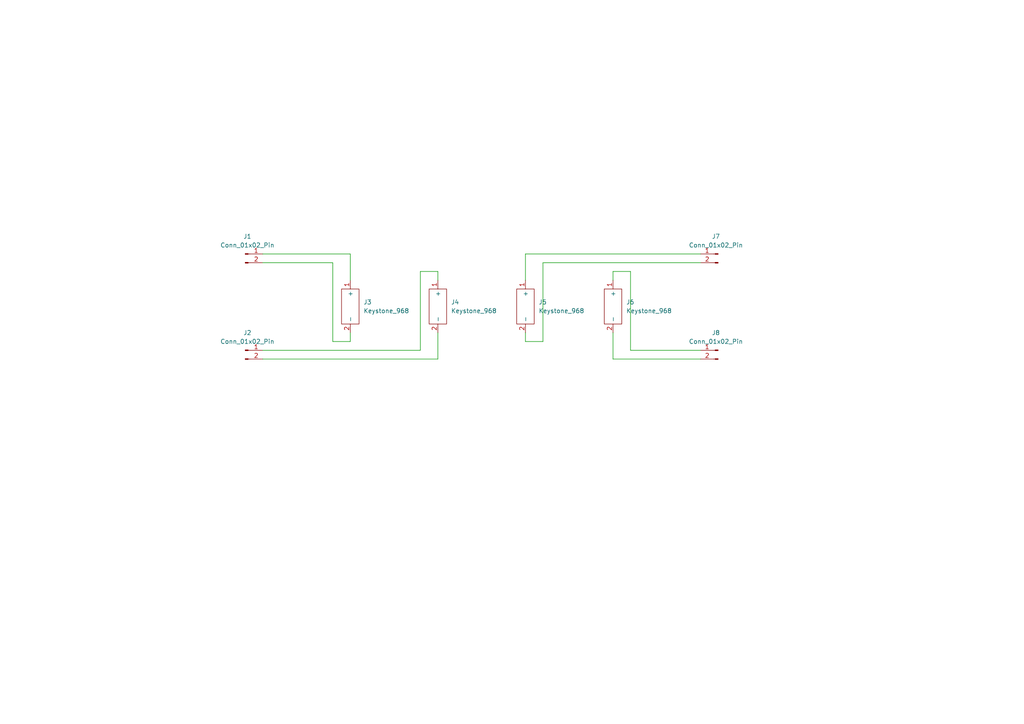
<source format=kicad_sch>
(kicad_sch (version 20250114) (generator "eeschema") (generator_version "9.0")
  (paper "A4")
  (lib_symbols
    (symbol "Connector:Conn_01x02_Pin" (pin_names (offset 1.016) (hide yes))
      (property "Reference" "J" (at 0 2.54 0))
      (property "Value" "Conn_01x02_Pin" (at 0 -5.08 0))
      (symbol "Conn_01x02_Pin_1_1"
        (rectangle (start 0.8636 0.127) (end 0 -0.127) (stroke (width 0.1524)) (fill (type outline)))
        (rectangle (start 0.8636 -2.413) (end 0 -2.667) (stroke (width 0.1524)) (fill (type outline)))
        (polyline (pts (xy 1.27 0) (xy 0.8636 0)) (stroke (width 0.1524)))
        (polyline (pts (xy 1.27 -2.54) (xy 0.8636 -2.54)) (stroke (width 0.1524)))
        (pin passive line (at 5.08 0 180) (length 3.81) (name "Pin_1") (number "1"))
        (pin passive line (at 5.08 -2.54 180) (length 3.81) (name "Pin_2") (number "2"))
      )
    )
    (symbol "Custom:Keystone_968"
      (property "Reference" "J" (at -0.254 7.112 0))
      (property "Value" "Keystone_968" (at 0.508 4.826 0))
      (symbol "Keystone_968_0_1"
        (rectangle (start -5.08 2.54) (end 5.08 -2.54))
      )
      (symbol "Keystone_968_1_1"
        (pin passive line (at -7.62 0 0) (length 2.54) (name "+") (number "1"))
        (pin passive line (at 7.62 0 180) (length 2.54) (name "-") (number "2"))
      )
    )
  )
  (wire (pts (xy 177.8 104.14) (xy 203.2 104.14)))
  (wire (pts (xy 101.6 96.52) (xy 101.6 99.06)))
  (wire (pts (xy 96.52 99.06) (xy 96.52 76.2)))
  (wire (pts (xy 203.2 73.66) (xy 152.4 73.66)))
  (wire (pts (xy 76.2 73.66) (xy 101.6 73.66)))
  (wire (pts (xy 157.48 99.06) (xy 157.48 76.2)))
  (wire (pts (xy 152.4 73.66) (xy 152.4 81.28)))
  (wire (pts (xy 177.8 78.74) (xy 182.88 78.74)))
  (wire (pts (xy 182.88 78.74) (xy 182.88 101.6)))
  (wire (pts (xy 76.2 101.6) (xy 121.92 101.6)))
  (wire (pts (xy 177.8 81.28) (xy 177.8 78.74)))
  (wire (pts (xy 177.8 96.52) (xy 177.8 104.14)))
  (wire (pts (xy 121.92 101.6) (xy 121.92 78.74)))
  (wire (pts (xy 101.6 73.66) (xy 101.6 81.28)))
  (wire (pts (xy 182.88 101.6) (xy 203.2 101.6)))
  (wire (pts (xy 157.48 76.2) (xy 203.2 76.2)))
  (wire (pts (xy 152.4 96.52) (xy 152.4 99.06)))
  (wire (pts (xy 121.92 78.74) (xy 127 78.74)))
  (wire (pts (xy 101.6 99.06) (xy 96.52 99.06)))
  (wire (pts (xy 127 78.74) (xy 127 81.28)))
  (wire (pts (xy 76.2 76.2) (xy 96.52 76.2)))
  (wire (pts (xy 76.2 104.14) (xy 127 104.14)))
  (wire (pts (xy 127 96.52) (xy 127 104.14)))
  (wire (pts (xy 152.4 99.06) (xy 157.48 99.06)))
  (symbol (lib_id "Connector:Conn_01x02_Pin") (at 71.12 73.66 0) (unit 1)
    (property "Reference" "J1" (at 71.755 68.58 0))
    (property "Value" "Conn_01x02_Pin" (at 71.755 71.12 0))
    (property "Footprint" "Connector_Custom:PinHeader_1x2" (effects (hide yes)))
    (property "Description" "Generic connector, single row, 01x02, script generated" (effects (hide yes)))
  )
  (symbol (lib_id "Custom:Keystone_968") (at 177.8 88.9 270) (unit 1)
    (property "Reference" "J6" (at 181.61 87.6299 90) (effects (justify left)))
    (property "Value" "Keystone_968" (at 181.61 90.1699 90) (effects (justify left)))
    (property "Footprint" "Connector_Custom:Keystone_968" (effects (hide yes)))
    (property "Purchase Link" "https://www.digikey.com/en/products/detail/keystone-electronics/968/151577" (effects (hide yes)))
    (property "Cost" "$1.57" (effects (hide yes)))
    (property "RoHS Compliant" "YES" (effects (hide yes)))
  )
  (symbol (lib_id "Custom:Keystone_968") (at 127 88.9 270) (unit 1)
    (property "Reference" "J4" (at 130.81 87.6299 90) (effects (justify left)))
    (property "Value" "Keystone_968" (at 130.81 90.1699 90) (effects (justify left)))
    (property "Footprint" "Connector_Custom:Keystone_968" (effects (hide yes)))
    (property "Purchase Link" "https://www.digikey.com/en/products/detail/keystone-electronics/968/151577" (effects (hide yes)))
    (property "Cost" "$1.57" (effects (hide yes)))
    (property "RoHS Compliant" "YES" (effects (hide yes)))
  )
  (symbol (lib_id "Connector:Conn_01x02_Pin") (at 208.28 73.66 0) (mirror y) (unit 1)
    (property "Reference" "J7" (at 207.645 68.58 0))
    (property "Value" "Conn_01x02_Pin" (at 207.645 71.12 0))
    (property "Footprint" "Connector_Custom:PinHeader_1x2" (effects (hide yes)))
    (property "Description" "Generic connector, single row, 01x02, script generated" (effects (hide yes)))
  )
  (symbol (lib_id "Custom:Keystone_968") (at 101.6 88.9 270) (unit 1)
    (property "Reference" "J3" (at 105.41 87.6299 90) (effects (justify left)))
    (property "Value" "Keystone_968" (at 105.41 90.1699 90) (effects (justify left)))
    (property "Footprint" "Connector_Custom:Keystone_968" (effects (hide yes)))
    (property "Purchase Link" "https://www.digikey.com/en/products/detail/keystone-electronics/968/151577" (effects (hide yes)))
    (property "Cost" "$1.57" (effects (hide yes)))
    (property "RoHS Compliant" "YES" (effects (hide yes)))
  )
  (symbol (lib_id "Connector:Conn_01x02_Pin") (at 71.12 101.6 0) (unit 1)
    (property "Reference" "J2" (at 71.755 96.52 0))
    (property "Value" "Conn_01x02_Pin" (at 71.755 99.06 0))
    (property "Footprint" "Connector_Custom:PinHeader_1x2" (effects (hide yes)))
    (property "Description" "Generic connector, single row, 01x02, script generated" (effects (hide yes)))
  )
  (symbol (lib_id "Connector:Conn_01x02_Pin") (at 208.28 101.6 0) (mirror y) (unit 1)
    (property "Reference" "J8" (at 207.645 96.52 0))
    (property "Value" "Conn_01x02_Pin" (at 207.645 99.06 0))
    (property "Footprint" "Connector_Custom:PinHeader_1x2" (effects (hide yes)))
    (property "Description" "Generic connector, single row, 01x02, script generated" (effects (hide yes)))
  )
  (symbol (lib_id "Custom:Keystone_968") (at 152.4 88.9 270) (unit 1)
    (property "Reference" "J5" (at 156.21 87.6299 90) (effects (justify left)))
    (property "Value" "Keystone_968" (at 156.21 90.1699 90) (effects (justify left)))
    (property "Footprint" "Connector_Custom:Keystone_968" (effects (hide yes)))
    (property "Purchase Link" "https://www.digikey.com/en/products/detail/keystone-electronics/968/151577" (effects (hide yes)))
    (property "Cost" "$1.57" (effects (hide yes)))
    (property "RoHS Compliant" "YES" (effects (hide yes)))
  )
)
</source>
